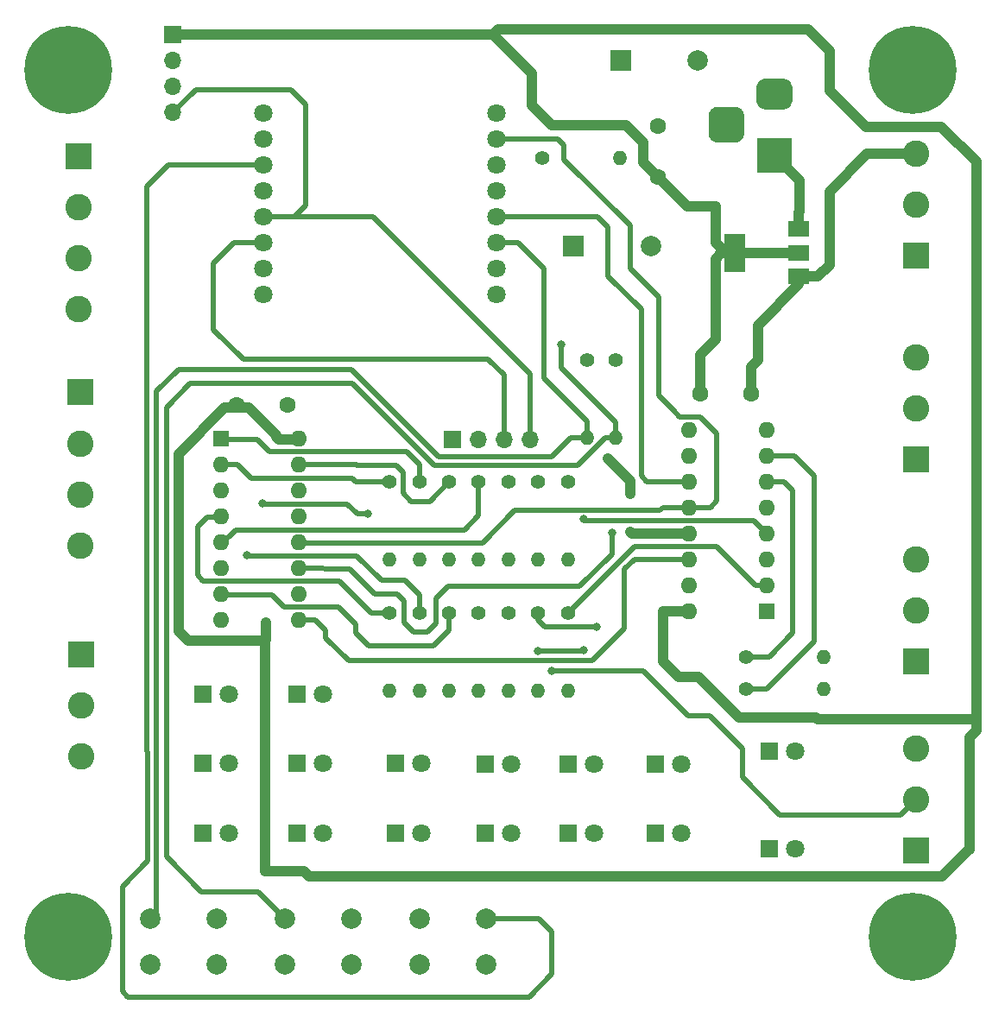
<source format=gbr>
%TF.GenerationSoftware,KiCad,Pcbnew,5.1.6-c6e7f7d~87~ubuntu19.10.1*%
%TF.CreationDate,2021-01-18T21:02:38-03:00*%
%TF.ProjectId,VLTUnivesp,564c5455-6e69-4766-9573-702e6b696361,rev?*%
%TF.SameCoordinates,Original*%
%TF.FileFunction,Copper,L1,Top*%
%TF.FilePolarity,Positive*%
%FSLAX46Y46*%
G04 Gerber Fmt 4.6, Leading zero omitted, Abs format (unit mm)*
G04 Created by KiCad (PCBNEW 5.1.6-c6e7f7d~87~ubuntu19.10.1) date 2021-01-18 21:02:38*
%MOMM*%
%LPD*%
G01*
G04 APERTURE LIST*
%TA.AperFunction,ComponentPad*%
%ADD10O,1.400000X1.400000*%
%TD*%
%TA.AperFunction,ComponentPad*%
%ADD11C,1.400000*%
%TD*%
%TA.AperFunction,ComponentPad*%
%ADD12O,1.600000X1.600000*%
%TD*%
%TA.AperFunction,ComponentPad*%
%ADD13R,1.600000X1.600000*%
%TD*%
%TA.AperFunction,ComponentPad*%
%ADD14C,8.600000*%
%TD*%
%TA.AperFunction,ComponentPad*%
%ADD15C,0.900000*%
%TD*%
%TA.AperFunction,ComponentPad*%
%ADD16R,2.000000X2.000000*%
%TD*%
%TA.AperFunction,ComponentPad*%
%ADD17C,2.000000*%
%TD*%
%TA.AperFunction,ComponentPad*%
%ADD18R,1.700000X1.700000*%
%TD*%
%TA.AperFunction,ComponentPad*%
%ADD19O,1.700000X1.700000*%
%TD*%
%TA.AperFunction,ComponentPad*%
%ADD20R,3.500000X3.500000*%
%TD*%
%TA.AperFunction,ComponentPad*%
%ADD21C,2.600000*%
%TD*%
%TA.AperFunction,ComponentPad*%
%ADD22R,2.600000X2.600000*%
%TD*%
%TA.AperFunction,SMDPad,CuDef*%
%ADD23R,2.000000X3.800000*%
%TD*%
%TA.AperFunction,SMDPad,CuDef*%
%ADD24R,2.000000X1.500000*%
%TD*%
%TA.AperFunction,ComponentPad*%
%ADD25C,1.800000*%
%TD*%
%TA.AperFunction,ComponentPad*%
%ADD26C,1.600000*%
%TD*%
%TA.AperFunction,ComponentPad*%
%ADD27R,1.800000X1.800000*%
%TD*%
%TA.AperFunction,ViaPad*%
%ADD28C,0.800000*%
%TD*%
%TA.AperFunction,Conductor*%
%ADD29C,1.000000*%
%TD*%
%TA.AperFunction,Conductor*%
%ADD30C,0.500000*%
%TD*%
G04 APERTURE END LIST*
D10*
%TO.P,R19,2*%
%TO.N,Net-(BZ1-Pad1)*%
X105845000Y-68300000D03*
D11*
%TO.P,R19,1*%
%TO.N,Buzzer*%
X98225000Y-68300000D03*
%TD*%
D10*
%TO.P,R18,2*%
%TO.N,CH02*%
X105460000Y-95680000D03*
D11*
%TO.P,R18,1*%
%TO.N,3V3*%
X105460000Y-88060000D03*
%TD*%
D10*
%TO.P,R17,2*%
%TO.N,CH01*%
X102616000Y-95656400D03*
D11*
%TO.P,R17,1*%
%TO.N,3V3*%
X102616000Y-88036400D03*
%TD*%
D10*
%TO.P,R16,2*%
%TO.N,Net-(D16-Pad2)*%
X125831600Y-120345200D03*
D11*
%TO.P,R16,1*%
%TO.N,VLT2*%
X118211600Y-120345200D03*
%TD*%
%TO.P,R15,1*%
%TO.N,VLT1*%
X118211600Y-117170200D03*
D10*
%TO.P,R15,2*%
%TO.N,Net-(D15-Pad2)*%
X125831600Y-117170200D03*
%TD*%
%TO.P,R14,2*%
%TO.N,Net-(D14-Pad2)*%
X100765426Y-107670600D03*
D11*
%TO.P,R14,1*%
%TO.N,S6VD*%
X100765426Y-100050600D03*
%TD*%
%TO.P,R13,1*%
%TO.N,S6VM*%
X97848055Y-100050600D03*
D10*
%TO.P,R13,2*%
%TO.N,Net-(D13-Pad2)*%
X97848055Y-107670600D03*
%TD*%
%TO.P,R12,2*%
%TO.N,Net-(D12-Pad2)*%
X100765426Y-120472200D03*
D11*
%TO.P,R12,1*%
%TO.N,S5VD*%
X100765426Y-112852200D03*
%TD*%
%TO.P,R11,1*%
%TO.N,S5VM*%
X97848055Y-112852200D03*
D10*
%TO.P,R11,2*%
%TO.N,Net-(D11-Pad2)*%
X97848055Y-120472200D03*
%TD*%
%TO.P,R10,2*%
%TO.N,Net-(D10-Pad2)*%
X94930684Y-120472200D03*
D11*
%TO.P,R10,1*%
%TO.N,S4VD*%
X94930684Y-112852200D03*
%TD*%
%TO.P,R9,1*%
%TO.N,S4VM*%
X92013313Y-112852200D03*
D10*
%TO.P,R9,2*%
%TO.N,Net-(D9-Pad2)*%
X92013313Y-120472200D03*
%TD*%
%TO.P,R8,2*%
%TO.N,Net-(D8-Pad2)*%
X94930684Y-107670600D03*
D11*
%TO.P,R8,1*%
%TO.N,S3VD*%
X94930684Y-100050600D03*
%TD*%
%TO.P,R7,1*%
%TO.N,S3VM*%
X89095942Y-112852200D03*
D10*
%TO.P,R7,2*%
%TO.N,Net-(D7-Pad2)*%
X89095942Y-120472200D03*
%TD*%
%TO.P,R6,2*%
%TO.N,Net-(D6-Pad2)*%
X86178571Y-120472200D03*
D11*
%TO.P,R6,1*%
%TO.N,S2VD*%
X86178571Y-112852200D03*
%TD*%
%TO.P,R5,1*%
%TO.N,S2AM*%
X83261200Y-112852200D03*
D10*
%TO.P,R5,2*%
%TO.N,Net-(D5-Pad2)*%
X83261200Y-120472200D03*
%TD*%
D11*
%TO.P,R4,1*%
%TO.N,S2VM*%
X92013313Y-100050600D03*
D10*
%TO.P,R4,2*%
%TO.N,Net-(D4-Pad2)*%
X92013313Y-107670600D03*
%TD*%
D11*
%TO.P,R3,1*%
%TO.N,S1VD*%
X89095942Y-100050600D03*
D10*
%TO.P,R3,2*%
%TO.N,Net-(D3-Pad2)*%
X89095942Y-107670600D03*
%TD*%
D11*
%TO.P,R2,1*%
%TO.N,S1AM*%
X86178571Y-100050600D03*
D10*
%TO.P,R2,2*%
%TO.N,Net-(D2-Pad2)*%
X86178571Y-107670600D03*
%TD*%
D11*
%TO.P,R1,1*%
%TO.N,S1VM*%
X83261200Y-100050600D03*
D10*
%TO.P,R1,2*%
%TO.N,Net-(D1-Pad2)*%
X83261200Y-107670600D03*
%TD*%
D12*
%TO.P,U1,16*%
%TO.N,3V3*%
X74371200Y-95808800D03*
%TO.P,U1,8*%
%TO.N,GND*%
X66751200Y-113588800D03*
%TO.P,U1,15*%
%TO.N,S1VD*%
X74371200Y-98348800D03*
%TO.P,U1,7*%
%TO.N,S3VM*%
X66751200Y-111048800D03*
%TO.P,U1,14*%
%TO.N,DATA*%
X74371200Y-100888800D03*
%TO.P,U1,6*%
%TO.N,S3VD*%
X66751200Y-108508800D03*
%TO.P,U1,13*%
%TO.N,GND*%
X74371200Y-103428800D03*
%TO.P,U1,5*%
%TO.N,S2VM*%
X66751200Y-105968800D03*
%TO.P,U1,12*%
%TO.N,CS*%
X74371200Y-105968800D03*
%TO.P,U1,4*%
%TO.N,S2AM*%
X66751200Y-103428800D03*
%TO.P,U1,11*%
%TO.N,CLK*%
X74371200Y-108508800D03*
%TO.P,U1,3*%
%TO.N,S2VD*%
X66751200Y-100888800D03*
%TO.P,U1,10*%
%TO.N,3V3*%
X74371200Y-111048800D03*
%TO.P,U1,2*%
%TO.N,S1VM*%
X66751200Y-98348800D03*
%TO.P,U1,9*%
%TO.N,DATA1*%
X74371200Y-113588800D03*
D13*
%TO.P,U1,1*%
%TO.N,S1AM*%
X66751200Y-95808800D03*
%TD*%
D12*
%TO.P,U2,16*%
%TO.N,3V3*%
X112630000Y-112675000D03*
%TO.P,U2,8*%
%TO.N,GND*%
X120250000Y-94895000D03*
%TO.P,U2,15*%
%TO.N,S4VD*%
X112630000Y-110135000D03*
%TO.P,U2,7*%
%TO.N,VLT2*%
X120250000Y-97435000D03*
%TO.P,U2,14*%
%TO.N,DATA1*%
X112630000Y-107595000D03*
%TO.P,U2,6*%
%TO.N,VLT1*%
X120250000Y-99975000D03*
%TO.P,U2,13*%
%TO.N,GND*%
X112630000Y-105055000D03*
%TO.P,U2,5*%
%TO.N,S6VM*%
X120250000Y-102515000D03*
%TO.P,U2,12*%
%TO.N,CS*%
X112630000Y-102515000D03*
%TO.P,U2,4*%
%TO.N,S6VD*%
X120250000Y-105055000D03*
%TO.P,U2,11*%
%TO.N,CLK*%
X112630000Y-99975000D03*
%TO.P,U2,3*%
%TO.N,S5VM*%
X120250000Y-107595000D03*
%TO.P,U2,10*%
%TO.N,3V3*%
X112630000Y-97435000D03*
%TO.P,U2,2*%
%TO.N,S5VD*%
X120250000Y-110135000D03*
%TO.P,U2,9*%
%TO.N,N/C*%
X112630000Y-94895000D03*
D13*
%TO.P,U2,1*%
%TO.N,S4VM*%
X120250000Y-112675000D03*
%TD*%
D14*
%TO.P,REF\u002A\u002A,1*%
%TO.N,N/C*%
X134518400Y-59639200D03*
D15*
X137743400Y-59639200D03*
X136798819Y-61919619D03*
X134518400Y-62864200D03*
X132237981Y-61919619D03*
X131293400Y-59639200D03*
X132237981Y-57358781D03*
X134518400Y-56414200D03*
X136798819Y-57358781D03*
%TD*%
D14*
%TO.P,REF\u002A\u002A,1*%
%TO.N,N/C*%
X134518400Y-144627600D03*
D15*
X137743400Y-144627600D03*
X136798819Y-146908019D03*
X134518400Y-147852600D03*
X132237981Y-146908019D03*
X131293400Y-144627600D03*
X132237981Y-142347181D03*
X134518400Y-141402600D03*
X136798819Y-142347181D03*
%TD*%
D14*
%TO.P,REF\u002A\u002A,1*%
%TO.N,N/C*%
X51714400Y-144627600D03*
D15*
X54939400Y-144627600D03*
X53994819Y-146908019D03*
X51714400Y-147852600D03*
X49433981Y-146908019D03*
X48489400Y-144627600D03*
X49433981Y-142347181D03*
X51714400Y-141402600D03*
X53994819Y-142347181D03*
%TD*%
%TO.P,REF\u002A\u002A,1*%
%TO.N,N/C*%
X53994819Y-57358781D03*
X51714400Y-56414200D03*
X49433981Y-57358781D03*
X48489400Y-59639200D03*
X49433981Y-61919619D03*
X51714400Y-62864200D03*
X53994819Y-61919619D03*
X54939400Y-59639200D03*
D14*
X51714400Y-59639200D03*
%TD*%
D16*
%TO.P,BZ1,1*%
%TO.N,Net-(BZ1-Pad1)*%
X101275000Y-76875000D03*
D17*
%TO.P,BZ1,2*%
%TO.N,GND*%
X108875000Y-76875000D03*
%TD*%
D16*
%TO.P,C3,1*%
%TO.N,5V*%
X105968800Y-58674000D03*
D17*
%TO.P,C3,2*%
%TO.N,GND*%
X113468800Y-58674000D03*
%TD*%
D18*
%TO.P,I2C1,1*%
%TO.N,3V3*%
X62025000Y-56175000D03*
D19*
%TO.P,I2C1,2*%
%TO.N,GND*%
X62025000Y-58715000D03*
%TO.P,I2C1,3*%
%TO.N,SCL*%
X62025000Y-61255000D03*
%TO.P,I2C1,4*%
%TO.N,SDA*%
X62025000Y-63795000D03*
%TD*%
%TO.P,OLED1,4*%
%TO.N,SDA*%
X97020000Y-95875000D03*
%TO.P,OLED1,3*%
%TO.N,SCL*%
X94480000Y-95875000D03*
%TO.P,OLED1,2*%
%TO.N,Net-(J2-Pad2)*%
X91940000Y-95875000D03*
D18*
%TO.P,OLED1,1*%
%TO.N,Net-(J1-Pad2)*%
X89400000Y-95875000D03*
%TD*%
D20*
%TO.P,P3,1*%
%TO.N,5V*%
X121000000Y-68000000D03*
%TO.P,P3,2*%
%TO.N,GND*%
%TA.AperFunction,ComponentPad*%
G36*
G01*
X120000000Y-60500000D02*
X122000000Y-60500000D01*
G75*
G02*
X122750000Y-61250000I0J-750000D01*
G01*
X122750000Y-62750000D01*
G75*
G02*
X122000000Y-63500000I-750000J0D01*
G01*
X120000000Y-63500000D01*
G75*
G02*
X119250000Y-62750000I0J750000D01*
G01*
X119250000Y-61250000D01*
G75*
G02*
X120000000Y-60500000I750000J0D01*
G01*
G37*
%TD.AperFunction*%
%TO.P,P3,3*%
%TA.AperFunction,ComponentPad*%
G36*
G01*
X115425000Y-63250000D02*
X117175000Y-63250000D01*
G75*
G02*
X118050000Y-64125000I0J-875000D01*
G01*
X118050000Y-65875000D01*
G75*
G02*
X117175000Y-66750000I-875000J0D01*
G01*
X115425000Y-66750000D01*
G75*
G02*
X114550000Y-65875000I0J875000D01*
G01*
X114550000Y-64125000D01*
G75*
G02*
X115425000Y-63250000I875000J0D01*
G01*
G37*
%TD.AperFunction*%
%TD*%
D21*
%TO.P,S1,4*%
%TO.N,GND*%
X52806600Y-83097400D03*
%TO.P,S1,3*%
%TO.N,S1VM*%
X52806600Y-78097400D03*
%TO.P,S1,2*%
%TO.N,S1AM*%
X52806600Y-73097400D03*
D22*
%TO.P,S1,1*%
%TO.N,S1VD*%
X52806600Y-68097400D03*
%TD*%
%TO.P,S2,1*%
%TO.N,S2VD*%
X52950000Y-91250000D03*
D21*
%TO.P,S2,2*%
%TO.N,S2AM*%
X52950000Y-96250000D03*
%TO.P,S2,3*%
%TO.N,S2VM*%
X52950000Y-101250000D03*
%TO.P,S2,4*%
%TO.N,GND*%
X52950000Y-106250000D03*
%TD*%
D22*
%TO.P,S3,1*%
%TO.N,S3VD*%
X53009800Y-116916200D03*
D21*
%TO.P,S3,2*%
%TO.N,S3VM*%
X53009800Y-121916200D03*
%TO.P,S3,3*%
%TO.N,GND*%
X53009800Y-126916200D03*
%TD*%
%TO.P,S4,3*%
%TO.N,GND*%
X134874000Y-126194800D03*
%TO.P,S4,2*%
%TO.N,S4VM*%
X134874000Y-131194800D03*
D22*
%TO.P,S4,1*%
%TO.N,S4VD*%
X134874000Y-136194800D03*
%TD*%
%TO.P,S5,1*%
%TO.N,S5VD*%
X134874000Y-117650000D03*
D21*
%TO.P,S5,2*%
%TO.N,S5VM*%
X134874000Y-112650000D03*
%TO.P,S5,3*%
%TO.N,GND*%
X134874000Y-107650000D03*
%TD*%
%TO.P,S6,3*%
%TO.N,GND*%
X134874000Y-87790000D03*
%TO.P,S6,2*%
%TO.N,S6VM*%
X134874000Y-92790000D03*
D22*
%TO.P,S6,1*%
%TO.N,S6VD*%
X134874000Y-97790000D03*
%TD*%
D17*
%TO.P,SW1,2*%
%TO.N,CH01*%
X66294000Y-142820000D03*
%TO.P,SW1,1*%
%TO.N,GND*%
X66294000Y-147320000D03*
%TO.P,SW1,2*%
%TO.N,CH01*%
X59794000Y-142820000D03*
%TO.P,SW1,1*%
%TO.N,GND*%
X59794000Y-147320000D03*
%TD*%
%TO.P,SW2,2*%
%TO.N,CH02*%
X79502000Y-142820000D03*
%TO.P,SW2,1*%
%TO.N,GND*%
X79502000Y-147320000D03*
%TO.P,SW2,2*%
%TO.N,CH02*%
X73002000Y-142820000D03*
%TO.P,SW2,1*%
%TO.N,GND*%
X73002000Y-147320000D03*
%TD*%
%TO.P,SW3,1*%
%TO.N,GND*%
X86210000Y-147320000D03*
%TO.P,SW3,2*%
%TO.N,CH03*%
X86210000Y-142820000D03*
%TO.P,SW3,1*%
%TO.N,GND*%
X92710000Y-147320000D03*
%TO.P,SW3,2*%
%TO.N,CH03*%
X92710000Y-142820000D03*
%TD*%
D23*
%TO.P,U3,2*%
%TO.N,3V3*%
X117100000Y-77550000D03*
D24*
X123400000Y-77550000D03*
%TO.P,U3,3*%
%TO.N,5V*%
X123400000Y-75250000D03*
%TO.P,U3,1*%
%TO.N,GND*%
X123400000Y-79850000D03*
%TD*%
D22*
%TO.P,VLT1,1*%
%TO.N,VLT1*%
X134900000Y-77850000D03*
D21*
%TO.P,VLT1,2*%
%TO.N,VLT2*%
X134900000Y-72850000D03*
%TO.P,VLT1,3*%
%TO.N,GND*%
X134900000Y-67850000D03*
%TD*%
D25*
%TO.P,WEMOS-D1,16*%
%TO.N,N/C*%
X93755000Y-63885000D03*
%TO.P,WEMOS-D1,1*%
%TO.N,5V*%
X70895000Y-63885000D03*
%TO.P,WEMOS-D1,15*%
%TO.N,CS*%
X93755000Y-66425000D03*
%TO.P,WEMOS-D1,2*%
%TO.N,GND*%
X70895000Y-66425000D03*
%TO.P,WEMOS-D1,14*%
%TO.N,DATA*%
X93755000Y-68965000D03*
%TO.P,WEMOS-D1,3*%
%TO.N,CH03*%
X70895000Y-68965000D03*
%TO.P,WEMOS-D1,13*%
%TO.N,Buzzer*%
X93755000Y-71505000D03*
%TO.P,WEMOS-D1,4*%
%TO.N,CH02*%
X70895000Y-71505000D03*
%TO.P,WEMOS-D1,12*%
%TO.N,CLK*%
X93755000Y-74045000D03*
%TO.P,WEMOS-D1,5*%
%TO.N,SDA*%
X70895000Y-74045000D03*
%TO.P,WEMOS-D1,11*%
%TO.N,CH01*%
X93755000Y-76585000D03*
%TO.P,WEMOS-D1,6*%
%TO.N,SCL*%
X70895000Y-76585000D03*
%TO.P,WEMOS-D1,10*%
%TO.N,N/C*%
X93755000Y-79125000D03*
%TO.P,WEMOS-D1,7*%
X70895000Y-79125000D03*
%TO.P,WEMOS-D1,9*%
X93755000Y-81665000D03*
%TO.P,WEMOS-D1,8*%
X70895000Y-81665000D03*
%TD*%
D26*
%TO.P,C1,1*%
%TO.N,3V3*%
X109575600Y-70104000D03*
%TO.P,C1,2*%
%TO.N,GND*%
X109575600Y-65104000D03*
%TD*%
%TO.P,C2,2*%
%TO.N,GND*%
X73224400Y-92456000D03*
%TO.P,C2,1*%
%TO.N,3V3*%
X68224400Y-92456000D03*
%TD*%
%TO.P,C4,1*%
%TO.N,3V3*%
X113690400Y-91389200D03*
%TO.P,C4,2*%
%TO.N,GND*%
X118690400Y-91389200D03*
%TD*%
D27*
%TO.P,D1,1*%
%TO.N,GND*%
X64950000Y-120850000D03*
D25*
%TO.P,D1,2*%
%TO.N,Net-(D1-Pad2)*%
X67490000Y-120850000D03*
%TD*%
D27*
%TO.P,D2,1*%
%TO.N,GND*%
X64950000Y-127600000D03*
D25*
%TO.P,D2,2*%
%TO.N,Net-(D2-Pad2)*%
X67490000Y-127600000D03*
%TD*%
%TO.P,D3,2*%
%TO.N,Net-(D3-Pad2)*%
X67490000Y-134500000D03*
D27*
%TO.P,D3,1*%
%TO.N,GND*%
X64950000Y-134500000D03*
%TD*%
D25*
%TO.P,D4,2*%
%TO.N,Net-(D4-Pad2)*%
X76758800Y-120853200D03*
D27*
%TO.P,D4,1*%
%TO.N,GND*%
X74218800Y-120853200D03*
%TD*%
D25*
%TO.P,D5,2*%
%TO.N,Net-(D5-Pad2)*%
X76758800Y-127609600D03*
D27*
%TO.P,D5,1*%
%TO.N,GND*%
X74218800Y-127609600D03*
%TD*%
%TO.P,D6,1*%
%TO.N,GND*%
X74218800Y-134493000D03*
D25*
%TO.P,D6,2*%
%TO.N,Net-(D6-Pad2)*%
X76758800Y-134493000D03*
%TD*%
D27*
%TO.P,D7,1*%
%TO.N,GND*%
X83870800Y-127635000D03*
D25*
%TO.P,D7,2*%
%TO.N,Net-(D7-Pad2)*%
X86410800Y-127635000D03*
%TD*%
%TO.P,D8,2*%
%TO.N,Net-(D8-Pad2)*%
X86385400Y-134467600D03*
D27*
%TO.P,D8,1*%
%TO.N,GND*%
X83845400Y-134467600D03*
%TD*%
D25*
%TO.P,D9,2*%
%TO.N,Net-(D9-Pad2)*%
X95230000Y-127660400D03*
D27*
%TO.P,D9,1*%
%TO.N,GND*%
X92690000Y-127660400D03*
%TD*%
%TO.P,D10,1*%
%TO.N,GND*%
X92684600Y-134467600D03*
D25*
%TO.P,D10,2*%
%TO.N,Net-(D10-Pad2)*%
X95224600Y-134467600D03*
%TD*%
%TO.P,D11,2*%
%TO.N,Net-(D11-Pad2)*%
X103301800Y-127660400D03*
D27*
%TO.P,D11,1*%
%TO.N,GND*%
X100761800Y-127660400D03*
%TD*%
D25*
%TO.P,D12,2*%
%TO.N,Net-(D12-Pad2)*%
X103301800Y-134467600D03*
D27*
%TO.P,D12,1*%
%TO.N,GND*%
X100761800Y-134467600D03*
%TD*%
%TO.P,D13,1*%
%TO.N,GND*%
X109321600Y-127685800D03*
D25*
%TO.P,D13,2*%
%TO.N,Net-(D13-Pad2)*%
X111861600Y-127685800D03*
%TD*%
D27*
%TO.P,D14,1*%
%TO.N,GND*%
X109296200Y-134467600D03*
D25*
%TO.P,D14,2*%
%TO.N,Net-(D14-Pad2)*%
X111836200Y-134467600D03*
%TD*%
D27*
%TO.P,D15,1*%
%TO.N,GND*%
X120490000Y-126410000D03*
D25*
%TO.P,D15,2*%
%TO.N,Net-(D15-Pad2)*%
X123030000Y-126410000D03*
%TD*%
D27*
%TO.P,D16,1*%
%TO.N,GND*%
X120490000Y-135980000D03*
D25*
%TO.P,D16,2*%
%TO.N,Net-(D16-Pad2)*%
X123030000Y-135980000D03*
%TD*%
D28*
%TO.N,GND*%
X106908600Y-104952800D03*
X106832400Y-101168200D03*
X104648000Y-97739200D03*
%TO.N,S2VD*%
X69316600Y-107213400D03*
%TO.N,S3VD*%
X81153000Y-103174800D03*
X70815200Y-102158800D03*
%TO.N,S4VM*%
X99161600Y-118567200D03*
%TO.N,S4VD*%
X97790000Y-116611400D03*
X102285800Y-116484400D03*
%TO.N,S5VM*%
X103530400Y-114223800D03*
%TO.N,S6VD*%
X102336600Y-103694600D03*
%TO.N,CH02*%
X100126800Y-86588600D03*
%TO.N,3V3*%
X71170800Y-113792000D03*
%TO.N,CLK*%
X105054400Y-104978200D03*
%TD*%
D29*
%TO.N,GND*%
X119380000Y-88087200D02*
X119380000Y-84683600D01*
X123400000Y-80663600D02*
X123400000Y-79850000D01*
X119380000Y-84683600D02*
X123400000Y-80663600D01*
X123400000Y-79850000D02*
X125280400Y-79850000D01*
X125280400Y-79850000D02*
X126390400Y-78740000D01*
X126390400Y-78740000D02*
X126390400Y-71526400D01*
X130066800Y-67850000D02*
X134900000Y-67850000D01*
X126390400Y-71526400D02*
X130066800Y-67850000D01*
X110090000Y-105055000D02*
X107010800Y-105055000D01*
X107010800Y-105055000D02*
X106908600Y-104952800D01*
X106832400Y-101168200D02*
X106832400Y-99923600D01*
X106832400Y-99923600D02*
X104648000Y-97739200D01*
X110090000Y-105055000D02*
X112630000Y-105055000D01*
X118690400Y-88776800D02*
X119380000Y-88087200D01*
X118690400Y-88776800D02*
X118690400Y-91389200D01*
%TO.N,5V*%
X123400000Y-75250000D02*
X123400000Y-73565200D01*
X123400000Y-73565200D02*
X123444000Y-73521200D01*
X123444000Y-70444000D02*
X121000000Y-68000000D01*
X123444000Y-73521200D02*
X123444000Y-70444000D01*
D30*
%TO.N,SDA*%
X70895000Y-74045000D02*
X73960800Y-74045000D01*
X73960800Y-74045000D02*
X75057000Y-72948800D01*
X75057000Y-72948800D02*
X75057000Y-63017400D01*
X75057000Y-63017400D02*
X73583800Y-61544200D01*
X64275800Y-61544200D02*
X62025000Y-63795000D01*
X73583800Y-61544200D02*
X64275800Y-61544200D01*
X97020000Y-95875000D02*
X97020000Y-89400000D01*
X81665000Y-74045000D02*
X70895000Y-74045000D01*
X97020000Y-89400000D02*
X81665000Y-74045000D01*
%TO.N,SCL*%
X94480000Y-95875000D02*
X94480000Y-89552400D01*
X94480000Y-89552400D02*
X92938600Y-88011000D01*
X92938600Y-88011000D02*
X68910200Y-88011000D01*
X68910200Y-88011000D02*
X65989200Y-85090000D01*
X65989200Y-85090000D02*
X65989200Y-78613000D01*
X68017200Y-76585000D02*
X70895000Y-76585000D01*
X65989200Y-78613000D02*
X68017200Y-76585000D01*
%TO.N,S1VM*%
X79984600Y-100050600D02*
X83261200Y-100050600D01*
X69666799Y-99638799D02*
X79572799Y-99638799D01*
X79572799Y-99638799D02*
X79984600Y-100050600D01*
X68376800Y-98348800D02*
X69666799Y-99638799D01*
X66751200Y-98348800D02*
X68376800Y-98348800D01*
%TO.N,S1AM*%
X69850000Y-95859600D02*
X66852800Y-95859600D01*
X86178571Y-98319771D02*
X84917601Y-97058801D01*
X86178571Y-100050600D02*
X86178571Y-98319771D01*
X84917601Y-97058801D02*
X71455601Y-97058801D01*
X71455601Y-97058801D02*
X70256400Y-95859600D01*
X70256400Y-95859600D02*
X69850000Y-95859600D01*
%TO.N,S1VD*%
X83947000Y-98399600D02*
X84607400Y-99060000D01*
X84607400Y-99060000D02*
X84607400Y-101142800D01*
X84607400Y-101142800D02*
X85394800Y-101930200D01*
X87216342Y-101930200D02*
X89095942Y-100050600D01*
X85394800Y-101930200D02*
X87216342Y-101930200D01*
X80010000Y-98348800D02*
X74371200Y-98348800D01*
X80060800Y-98399600D02*
X80010000Y-98348800D01*
X83947000Y-98399600D02*
X80060800Y-98399600D01*
%TO.N,S2VM*%
X67640200Y-105232200D02*
X66852800Y-106019600D01*
X68153601Y-104718799D02*
X67640200Y-105232200D01*
X74971201Y-104718799D02*
X68153601Y-104718799D01*
X90621799Y-104729601D02*
X74982003Y-104729601D01*
X92013313Y-103338087D02*
X90621799Y-104729601D01*
X74982003Y-104729601D02*
X74971201Y-104718799D01*
X92013313Y-100050600D02*
X92013313Y-103338087D01*
%TO.N,S2AM*%
X81457800Y-112852200D02*
X83261200Y-112852200D01*
X65354200Y-103479600D02*
X64439800Y-104394000D01*
X78364401Y-109758801D02*
X81457800Y-112852200D01*
X64439800Y-104394000D02*
X64439800Y-109194600D01*
X64439800Y-109194600D02*
X65004001Y-109758801D01*
X66852800Y-103479600D02*
X65354200Y-103479600D01*
X65004001Y-109758801D02*
X78364401Y-109758801D01*
%TO.N,S2VD*%
X69361999Y-107258799D02*
X69316600Y-107213400D01*
X80029999Y-107258799D02*
X69361999Y-107258799D01*
X84785200Y-109702600D02*
X82473800Y-109702600D01*
X86178571Y-112852200D02*
X86178571Y-111095971D01*
X86178571Y-111095971D02*
X84785200Y-109702600D01*
X82473800Y-109702600D02*
X80029999Y-107258799D01*
%TO.N,S3VM*%
X89095942Y-114561258D02*
X89095942Y-112852200D01*
X87579200Y-116078000D02*
X89095942Y-114561258D01*
X81203800Y-116078000D02*
X87579200Y-116078000D01*
X79959200Y-114833400D02*
X81203800Y-116078000D01*
X66852800Y-111099600D02*
X71729600Y-111099600D01*
X72928801Y-112298801D02*
X78251999Y-112298801D01*
X79959200Y-114006002D02*
X79959200Y-114833400D01*
X71729600Y-111099600D02*
X72928801Y-112298801D01*
X78251999Y-112298801D02*
X79959200Y-114006002D01*
%TO.N,S3VD*%
X79115599Y-102178799D02*
X70835199Y-102178799D01*
X70835199Y-102178799D02*
X70815200Y-102158800D01*
X81153000Y-103174800D02*
X80111600Y-103174800D01*
X80111600Y-103174800D02*
X79115599Y-102178799D01*
%TO.N,S4VM*%
X117856000Y-129006600D02*
X121517400Y-132668000D01*
X117906800Y-126436802D02*
X117856000Y-126487602D01*
X108178600Y-118567200D02*
X112547400Y-122936000D01*
X99161600Y-118567200D02*
X108178600Y-118567200D01*
X117856000Y-126487602D02*
X117856000Y-129006600D01*
X114655600Y-122936000D02*
X117906800Y-126187200D01*
X112547400Y-122936000D02*
X114655600Y-122936000D01*
X117906800Y-126187200D02*
X117906800Y-126436802D01*
X133400800Y-132668000D02*
X121517400Y-132668000D01*
X134874000Y-131194800D02*
X133400800Y-132668000D01*
%TO.N,S4VD*%
X97790000Y-116611400D02*
X102158800Y-116611400D01*
X102158800Y-116611400D02*
X102285800Y-116484400D01*
%TO.N,S5VM*%
X103530400Y-114223800D02*
X98501200Y-114223800D01*
X97848055Y-113570655D02*
X97848055Y-112852200D01*
X98501200Y-114223800D02*
X97848055Y-113570655D01*
%TO.N,S5VD*%
X119126600Y-110135000D02*
X120250000Y-110135000D01*
X107294401Y-106344999D02*
X115336599Y-106344999D01*
X115336599Y-106344999D02*
X119126600Y-110135000D01*
X100765426Y-112852200D02*
X100787200Y-112852200D01*
X100787200Y-112852200D02*
X107294401Y-106344999D01*
%TO.N,S6VD*%
X102446999Y-103804999D02*
X102336600Y-103694600D01*
X120250000Y-105055000D02*
X118999999Y-103804999D01*
X118999999Y-103804999D02*
X102446999Y-103804999D01*
%TO.N,VLT1*%
X118211600Y-117170200D02*
X120497600Y-117170200D01*
X120497600Y-117170200D02*
X122809000Y-114858800D01*
X122809000Y-114858800D02*
X122809000Y-100863400D01*
X121920600Y-99975000D02*
X120250000Y-99975000D01*
X122809000Y-100863400D02*
X121920600Y-99975000D01*
%TO.N,VLT2*%
X118211600Y-120345200D02*
X120218200Y-120345200D01*
X120218200Y-120345200D02*
X124917200Y-115646200D01*
X124917200Y-115646200D02*
X124917200Y-99415600D01*
X122936600Y-97435000D02*
X120250000Y-97435000D01*
X124917200Y-99415600D02*
X122936600Y-97435000D01*
%TO.N,CH01*%
X102616000Y-95656400D02*
X102616000Y-94081600D01*
X102616000Y-94081600D02*
X98399600Y-89865200D01*
X98399600Y-89865200D02*
X98399600Y-79121000D01*
X95863600Y-76585000D02*
X93755000Y-76585000D01*
X98399600Y-79121000D02*
X95863600Y-76585000D01*
X60401200Y-142212800D02*
X60401200Y-91135200D01*
X99136200Y-97586800D02*
X101066600Y-95656400D01*
X59794000Y-142820000D02*
X60401200Y-142212800D01*
X62560200Y-88976200D02*
X79502000Y-88976200D01*
X101066600Y-95656400D02*
X102616000Y-95656400D01*
X88112600Y-97586800D02*
X99136200Y-97586800D01*
X60401200Y-91135200D02*
X62560200Y-88976200D01*
X79502000Y-88976200D02*
X88112600Y-97586800D01*
%TO.N,CH02*%
X61366400Y-92735400D02*
X61366400Y-136779000D01*
X63703200Y-90398600D02*
X61366400Y-92735400D01*
X104421200Y-95680000D02*
X101701600Y-98399600D01*
X70390000Y-140208000D02*
X73002000Y-142820000D01*
X64795400Y-140208000D02*
X70390000Y-140208000D01*
X101701600Y-98399600D02*
X87630000Y-98399600D01*
X61366400Y-136779000D02*
X64795400Y-140208000D01*
X105460000Y-95680000D02*
X104421200Y-95680000D01*
X87630000Y-98399600D02*
X79629000Y-90398600D01*
X79629000Y-90398600D02*
X63703200Y-90398600D01*
X100126800Y-88849200D02*
X100126800Y-86588600D01*
X105460000Y-95680000D02*
X105460000Y-94182400D01*
X105460000Y-94182400D02*
X100126800Y-88849200D01*
%TO.N,CH03*%
X70895000Y-68965000D02*
X61616400Y-68965000D01*
X61616400Y-68965000D02*
X59486800Y-71094600D01*
X59486800Y-126426798D02*
X59563000Y-126502998D01*
X59486800Y-71094600D02*
X59486800Y-126426798D01*
X59563000Y-126502998D02*
X59563000Y-137185400D01*
X59563000Y-137185400D02*
X57048400Y-139700000D01*
X57048400Y-139700000D02*
X57048400Y-149961600D01*
X57048400Y-149961600D02*
X57632600Y-150545800D01*
X57632600Y-150545800D02*
X96926400Y-150545800D01*
X96926400Y-150545800D02*
X99187000Y-148285200D01*
X99187000Y-148285200D02*
X99187000Y-144145000D01*
X97862000Y-142820000D02*
X92710000Y-142820000D01*
X99187000Y-144145000D02*
X97862000Y-142820000D01*
%TO.N,DATA1*%
X77012800Y-115341400D02*
X79248000Y-117576600D01*
X79248000Y-117576600D02*
X103149400Y-117576600D01*
X103149400Y-117576600D02*
X106299000Y-114427000D01*
X106299000Y-114427000D02*
X106299000Y-108585000D01*
X107289000Y-107595000D02*
X110090000Y-107595000D01*
X106299000Y-108585000D02*
X107289000Y-107595000D01*
X77012800Y-114604800D02*
X75996800Y-113588800D01*
X77012800Y-115341400D02*
X77012800Y-114604800D01*
X74371200Y-113588800D02*
X75996800Y-113588800D01*
X110090000Y-107595000D02*
X112630000Y-107595000D01*
D29*
%TO.N,3V3*%
X117100000Y-77550000D02*
X116259600Y-77550000D01*
X116259600Y-77550000D02*
X115265200Y-76555600D01*
X115265200Y-76555600D02*
X115265200Y-72999600D01*
X117100000Y-77550000D02*
X123400000Y-77550000D01*
X62025000Y-56175000D02*
X93411400Y-56175000D01*
X93411400Y-56175000D02*
X97231200Y-59994800D01*
X97231200Y-59994800D02*
X97231200Y-63093600D01*
X97231200Y-63093600D02*
X99161600Y-65024000D01*
X67082398Y-92770000D02*
X62560200Y-97292198D01*
X69460000Y-92770000D02*
X67082398Y-92770000D01*
X62560200Y-97292198D02*
X62560200Y-114655600D01*
X62560200Y-114655600D02*
X63500000Y-115595400D01*
X99161600Y-65024000D02*
X106476800Y-65024000D01*
X111633000Y-119176800D02*
X113563400Y-119176800D01*
X110090000Y-112675000D02*
X110090000Y-117633800D01*
X113563400Y-119176800D02*
X117500400Y-123113800D01*
X110090000Y-117633800D02*
X111633000Y-119176800D01*
X117500400Y-123113800D02*
X125069600Y-123113800D01*
X63500000Y-115595400D02*
X71094600Y-115595400D01*
X140081000Y-136067800D02*
X140131800Y-136067800D01*
X75400598Y-138734800D02*
X137414000Y-138734800D01*
X74867198Y-138201400D02*
X75400598Y-138734800D01*
X137414000Y-138734800D02*
X140081000Y-136067800D01*
X71018400Y-138201400D02*
X74867198Y-138201400D01*
X140131800Y-125069600D02*
X140131800Y-136067800D01*
X71094600Y-115595400D02*
X71094600Y-138125200D01*
X71094600Y-138125200D02*
X71018400Y-138201400D01*
X140131800Y-125069600D02*
X140792200Y-124409200D01*
X140792200Y-123317000D02*
X125272800Y-123317000D01*
X125272800Y-123317000D02*
X125069600Y-123113800D01*
X140792200Y-124409200D02*
X140792200Y-123317000D01*
X109575600Y-70104000D02*
X108153200Y-68681600D01*
X108153200Y-66700400D02*
X106476800Y-65024000D01*
X108153200Y-68681600D02*
X108153200Y-66700400D01*
X112471200Y-72999600D02*
X109575600Y-70104000D01*
X115265200Y-72999600D02*
X112471200Y-72999600D01*
X93909600Y-55676800D02*
X93411400Y-56175000D01*
X126390400Y-57759600D02*
X124307600Y-55676800D01*
X129997200Y-65227200D02*
X126390400Y-61620400D01*
X140792200Y-68630800D02*
X137363200Y-65201800D01*
X124307600Y-55676800D02*
X93909600Y-55676800D01*
X140792200Y-123317000D02*
X140792200Y-68630800D01*
X126390400Y-61620400D02*
X126390400Y-57759600D01*
X131826000Y-65227200D02*
X129997200Y-65227200D01*
X137363200Y-65201800D02*
X131851400Y-65201800D01*
X131851400Y-65201800D02*
X131826000Y-65227200D01*
X72390000Y-95859600D02*
X74472800Y-95859600D01*
X72143200Y-95612800D02*
X72390000Y-95859600D01*
X69460000Y-92770000D02*
X72143200Y-95453200D01*
X72143200Y-95453200D02*
X72143200Y-95612800D01*
X71170800Y-115519200D02*
X71094600Y-115595400D01*
X71170800Y-113792000D02*
X71170800Y-115519200D01*
X112630000Y-112675000D02*
X110090000Y-112675000D01*
X115794800Y-77550000D02*
X117100000Y-77550000D01*
X115214400Y-78130400D02*
X115794800Y-77550000D01*
X115214400Y-86004400D02*
X115214400Y-78130400D01*
X113690400Y-91389200D02*
X113690400Y-87528400D01*
X113690400Y-87528400D02*
X115214400Y-86004400D01*
D30*
%TO.N,CLK*%
X108509400Y-99975000D02*
X107950000Y-99415600D01*
X107950000Y-99415600D02*
X107950000Y-83108800D01*
X107950000Y-83108800D02*
X104698800Y-79857600D01*
X104698800Y-79857600D02*
X104698800Y-75057000D01*
X103686800Y-74045000D02*
X93755000Y-74045000D01*
X104698800Y-75057000D02*
X103686800Y-74045000D01*
X105054400Y-107111800D02*
X105054400Y-104978200D01*
X81813400Y-111048800D02*
X84023200Y-111048800D01*
X88976200Y-110286800D02*
X101879400Y-110286800D01*
X74371200Y-108508800D02*
X79324200Y-108559600D01*
X101879400Y-110286800D02*
X105054400Y-107111800D01*
X79324200Y-108559600D02*
X81813400Y-111048800D01*
X84709000Y-111734600D02*
X84709000Y-113792000D01*
X85623400Y-114706400D02*
X86969600Y-114706400D01*
X84709000Y-113792000D02*
X85623400Y-114706400D01*
X86969600Y-114706400D02*
X87807800Y-113868200D01*
X84023200Y-111048800D02*
X84709000Y-111734600D01*
X87807800Y-113868200D02*
X87807800Y-111455200D01*
X87807800Y-111455200D02*
X88976200Y-110286800D01*
X109473400Y-99975000D02*
X112630000Y-99975000D01*
X109473400Y-99975000D02*
X108509400Y-99975000D01*
%TO.N,CS*%
X74422000Y-106019600D02*
X74371200Y-105968800D01*
X92379800Y-106019600D02*
X74422000Y-106019600D01*
X95554800Y-102844600D02*
X92379800Y-106019600D01*
X109760400Y-102844600D02*
X95554800Y-102844600D01*
X110090000Y-102515000D02*
X109760400Y-102844600D01*
X100355400Y-66979800D02*
X100355400Y-68402200D01*
X100355400Y-68402200D02*
X106857800Y-74904600D01*
X106857800Y-79121000D02*
X109651800Y-81915000D01*
X109651800Y-81915000D02*
X109651800Y-91567000D01*
X93755000Y-66425000D02*
X99800600Y-66425000D01*
X106857800Y-74904600D02*
X106857800Y-79121000D01*
X111607000Y-102515000D02*
X110090000Y-102515000D01*
X99800600Y-66425000D02*
X100355400Y-66979800D01*
X111729799Y-93644999D02*
X113761799Y-93644999D01*
X111099600Y-93014800D02*
X111729799Y-93644999D01*
X109651800Y-91567000D02*
X111099600Y-93014800D01*
X113761799Y-93644999D02*
X115366800Y-95250000D01*
X115366800Y-95250000D02*
X115366800Y-101904800D01*
X114756600Y-102515000D02*
X112630000Y-102515000D01*
X115366800Y-101904800D02*
X114756600Y-102515000D01*
X111607000Y-102515000D02*
X112630000Y-102515000D01*
%TD*%
M02*

</source>
